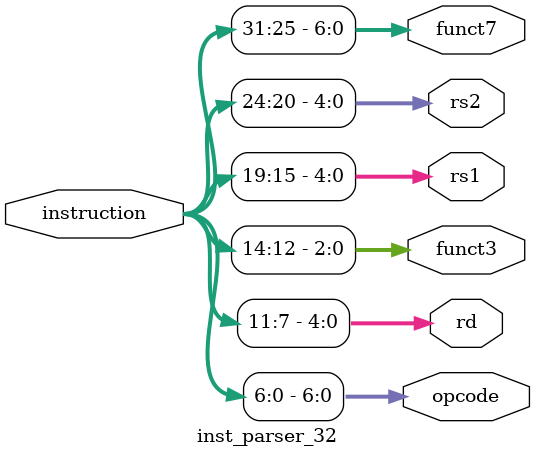
<source format=v>
`timescale 1ns / 1ps

module inst_parser_32(
    input [31:0] instruction,
    output [6:0] opcode,
    output [4:0] rd,
    output [2:0] funct3,
    output [4:0] rs1,
    output [4:0] rs2,
    output [6:0] funct7
    );
    assign opcode = instruction[6:0];
    assign rd = instruction[11:7];
    assign funct3 = instruction[14:12];
    assign rs1 = instruction[19:15];
    assign rs2 = instruction[24:20];
    assign funct7 = instruction[31:25];
endmodule

</source>
